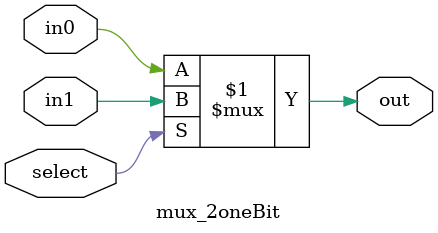
<source format=v>
module mux_2oneBit(out, select, in0, in1);
    input select;
    input in0, in1;
    output out;
    assign out = select ? in1 : in0;
endmodule
</source>
